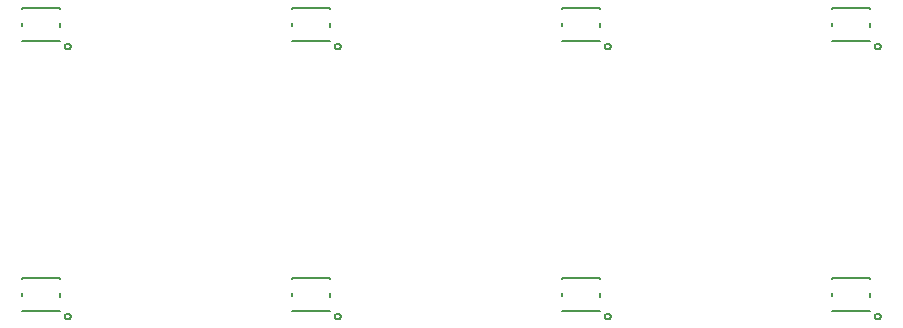
<source format=gbr>
G04 #@! TF.GenerationSoftware,KiCad,Pcbnew,(5.1.4)-1*
G04 #@! TF.CreationDate,2020-02-01T11:21:23-05:00*
G04 #@! TF.ProjectId,bob_ws2811_driver,626f625f-7773-4323-9831-315f64726976,rev?*
G04 #@! TF.SameCoordinates,Original*
G04 #@! TF.FileFunction,Legend,Bot*
G04 #@! TF.FilePolarity,Positive*
%FSLAX46Y46*%
G04 Gerber Fmt 4.6, Leading zero omitted, Abs format (unit mm)*
G04 Created by KiCad (PCBNEW (5.1.4)-1) date 2020-02-01 11:21:23*
%MOMM*%
%LPD*%
G04 APERTURE LIST*
%ADD10C,0.127000*%
G04 APERTURE END LIST*
D10*
X110289340Y-52834540D02*
X113484660Y-52834540D01*
X113484660Y-50035460D02*
X110289340Y-50035460D01*
X110289340Y-51285140D02*
X110289340Y-51534060D01*
X113484660Y-51285140D02*
X113484660Y-51584860D01*
X113484660Y-50035460D02*
X113484660Y-50086260D01*
X113484660Y-52834540D02*
X113484660Y-52783740D01*
X110289340Y-50035460D02*
X110289340Y-50086260D01*
X110289340Y-52834540D02*
X110289340Y-52783740D01*
X113896140Y-53263800D02*
X113903760Y-53200300D01*
X113903760Y-53200300D02*
X113929160Y-53141880D01*
X113929160Y-53141880D02*
X113967260Y-53091080D01*
X113967260Y-53091080D02*
X114018060Y-53050440D01*
X114018060Y-53050440D02*
X114076480Y-53027580D01*
X114076480Y-53027580D02*
X114142520Y-53019960D01*
X114142520Y-53019960D02*
X114206020Y-53027580D01*
X114206020Y-53027580D02*
X114269520Y-53052980D01*
X114269520Y-53052980D02*
X114320320Y-53093620D01*
X114320320Y-53093620D02*
X114360960Y-53146960D01*
X114360960Y-53146960D02*
X114386360Y-53207920D01*
X114386360Y-53207920D02*
X114396520Y-53273960D01*
X114396520Y-53273960D02*
X114386360Y-53337460D01*
X114386360Y-53337460D02*
X114363500Y-53395880D01*
X114363500Y-53395880D02*
X114322860Y-53446680D01*
X114322860Y-53446680D02*
X114272060Y-53484780D01*
X114272060Y-53484780D02*
X114213640Y-53510180D01*
X114213640Y-53510180D02*
X114150140Y-53517800D01*
X114150140Y-53517800D02*
X114084100Y-53510180D01*
X114084100Y-53510180D02*
X114023140Y-53484780D01*
X114023140Y-53484780D02*
X113969800Y-53444140D01*
X113969800Y-53444140D02*
X113929160Y-53390800D01*
X113929160Y-53390800D02*
X113903760Y-53329840D01*
X113903760Y-53329840D02*
X113896140Y-53263800D01*
X136763760Y-53329840D02*
X136756140Y-53263800D01*
X136789160Y-53390800D02*
X136763760Y-53329840D01*
X136829800Y-53444140D02*
X136789160Y-53390800D01*
X136883140Y-53484780D02*
X136829800Y-53444140D01*
X136944100Y-53510180D02*
X136883140Y-53484780D01*
X137010140Y-53517800D02*
X136944100Y-53510180D01*
X137073640Y-53510180D02*
X137010140Y-53517800D01*
X137132060Y-53484780D02*
X137073640Y-53510180D01*
X137182860Y-53446680D02*
X137132060Y-53484780D01*
X137223500Y-53395880D02*
X137182860Y-53446680D01*
X137246360Y-53337460D02*
X137223500Y-53395880D01*
X137256520Y-53273960D02*
X137246360Y-53337460D01*
X137246360Y-53207920D02*
X137256520Y-53273960D01*
X137220960Y-53146960D02*
X137246360Y-53207920D01*
X137180320Y-53093620D02*
X137220960Y-53146960D01*
X137129520Y-53052980D02*
X137180320Y-53093620D01*
X137066020Y-53027580D02*
X137129520Y-53052980D01*
X137002520Y-53019960D02*
X137066020Y-53027580D01*
X136936480Y-53027580D02*
X137002520Y-53019960D01*
X136878060Y-53050440D02*
X136936480Y-53027580D01*
X136827260Y-53091080D02*
X136878060Y-53050440D01*
X136789160Y-53141880D02*
X136827260Y-53091080D01*
X136763760Y-53200300D02*
X136789160Y-53141880D01*
X136756140Y-53263800D02*
X136763760Y-53200300D01*
X133149340Y-52834540D02*
X133149340Y-52783740D01*
X133149340Y-50035460D02*
X133149340Y-50086260D01*
X136344660Y-52834540D02*
X136344660Y-52783740D01*
X136344660Y-50035460D02*
X136344660Y-50086260D01*
X136344660Y-51285140D02*
X136344660Y-51584860D01*
X133149340Y-51285140D02*
X133149340Y-51534060D01*
X136344660Y-50035460D02*
X133149340Y-50035460D01*
X133149340Y-52834540D02*
X136344660Y-52834540D01*
X156009340Y-52834540D02*
X159204660Y-52834540D01*
X159204660Y-50035460D02*
X156009340Y-50035460D01*
X156009340Y-51285140D02*
X156009340Y-51534060D01*
X159204660Y-51285140D02*
X159204660Y-51584860D01*
X159204660Y-50035460D02*
X159204660Y-50086260D01*
X159204660Y-52834540D02*
X159204660Y-52783740D01*
X156009340Y-50035460D02*
X156009340Y-50086260D01*
X156009340Y-52834540D02*
X156009340Y-52783740D01*
X159616140Y-53263800D02*
X159623760Y-53200300D01*
X159623760Y-53200300D02*
X159649160Y-53141880D01*
X159649160Y-53141880D02*
X159687260Y-53091080D01*
X159687260Y-53091080D02*
X159738060Y-53050440D01*
X159738060Y-53050440D02*
X159796480Y-53027580D01*
X159796480Y-53027580D02*
X159862520Y-53019960D01*
X159862520Y-53019960D02*
X159926020Y-53027580D01*
X159926020Y-53027580D02*
X159989520Y-53052980D01*
X159989520Y-53052980D02*
X160040320Y-53093620D01*
X160040320Y-53093620D02*
X160080960Y-53146960D01*
X160080960Y-53146960D02*
X160106360Y-53207920D01*
X160106360Y-53207920D02*
X160116520Y-53273960D01*
X160116520Y-53273960D02*
X160106360Y-53337460D01*
X160106360Y-53337460D02*
X160083500Y-53395880D01*
X160083500Y-53395880D02*
X160042860Y-53446680D01*
X160042860Y-53446680D02*
X159992060Y-53484780D01*
X159992060Y-53484780D02*
X159933640Y-53510180D01*
X159933640Y-53510180D02*
X159870140Y-53517800D01*
X159870140Y-53517800D02*
X159804100Y-53510180D01*
X159804100Y-53510180D02*
X159743140Y-53484780D01*
X159743140Y-53484780D02*
X159689800Y-53444140D01*
X159689800Y-53444140D02*
X159649160Y-53390800D01*
X159649160Y-53390800D02*
X159623760Y-53329840D01*
X159623760Y-53329840D02*
X159616140Y-53263800D01*
X182483760Y-53329840D02*
X182476140Y-53263800D01*
X182509160Y-53390800D02*
X182483760Y-53329840D01*
X182549800Y-53444140D02*
X182509160Y-53390800D01*
X182603140Y-53484780D02*
X182549800Y-53444140D01*
X182664100Y-53510180D02*
X182603140Y-53484780D01*
X182730140Y-53517800D02*
X182664100Y-53510180D01*
X182793640Y-53510180D02*
X182730140Y-53517800D01*
X182852060Y-53484780D02*
X182793640Y-53510180D01*
X182902860Y-53446680D02*
X182852060Y-53484780D01*
X182943500Y-53395880D02*
X182902860Y-53446680D01*
X182966360Y-53337460D02*
X182943500Y-53395880D01*
X182976520Y-53273960D02*
X182966360Y-53337460D01*
X182966360Y-53207920D02*
X182976520Y-53273960D01*
X182940960Y-53146960D02*
X182966360Y-53207920D01*
X182900320Y-53093620D02*
X182940960Y-53146960D01*
X182849520Y-53052980D02*
X182900320Y-53093620D01*
X182786020Y-53027580D02*
X182849520Y-53052980D01*
X182722520Y-53019960D02*
X182786020Y-53027580D01*
X182656480Y-53027580D02*
X182722520Y-53019960D01*
X182598060Y-53050440D02*
X182656480Y-53027580D01*
X182547260Y-53091080D02*
X182598060Y-53050440D01*
X182509160Y-53141880D02*
X182547260Y-53091080D01*
X182483760Y-53200300D02*
X182509160Y-53141880D01*
X182476140Y-53263800D02*
X182483760Y-53200300D01*
X178869340Y-52834540D02*
X178869340Y-52783740D01*
X178869340Y-50035460D02*
X178869340Y-50086260D01*
X182064660Y-52834540D02*
X182064660Y-52783740D01*
X182064660Y-50035460D02*
X182064660Y-50086260D01*
X182064660Y-51285140D02*
X182064660Y-51584860D01*
X178869340Y-51285140D02*
X178869340Y-51534060D01*
X182064660Y-50035460D02*
X178869340Y-50035460D01*
X178869340Y-52834540D02*
X182064660Y-52834540D01*
X178869340Y-29974540D02*
X182064660Y-29974540D01*
X182064660Y-27175460D02*
X178869340Y-27175460D01*
X178869340Y-28425140D02*
X178869340Y-28674060D01*
X182064660Y-28425140D02*
X182064660Y-28724860D01*
X182064660Y-27175460D02*
X182064660Y-27226260D01*
X182064660Y-29974540D02*
X182064660Y-29923740D01*
X178869340Y-27175460D02*
X178869340Y-27226260D01*
X178869340Y-29974540D02*
X178869340Y-29923740D01*
X182476140Y-30403800D02*
X182483760Y-30340300D01*
X182483760Y-30340300D02*
X182509160Y-30281880D01*
X182509160Y-30281880D02*
X182547260Y-30231080D01*
X182547260Y-30231080D02*
X182598060Y-30190440D01*
X182598060Y-30190440D02*
X182656480Y-30167580D01*
X182656480Y-30167580D02*
X182722520Y-30159960D01*
X182722520Y-30159960D02*
X182786020Y-30167580D01*
X182786020Y-30167580D02*
X182849520Y-30192980D01*
X182849520Y-30192980D02*
X182900320Y-30233620D01*
X182900320Y-30233620D02*
X182940960Y-30286960D01*
X182940960Y-30286960D02*
X182966360Y-30347920D01*
X182966360Y-30347920D02*
X182976520Y-30413960D01*
X182976520Y-30413960D02*
X182966360Y-30477460D01*
X182966360Y-30477460D02*
X182943500Y-30535880D01*
X182943500Y-30535880D02*
X182902860Y-30586680D01*
X182902860Y-30586680D02*
X182852060Y-30624780D01*
X182852060Y-30624780D02*
X182793640Y-30650180D01*
X182793640Y-30650180D02*
X182730140Y-30657800D01*
X182730140Y-30657800D02*
X182664100Y-30650180D01*
X182664100Y-30650180D02*
X182603140Y-30624780D01*
X182603140Y-30624780D02*
X182549800Y-30584140D01*
X182549800Y-30584140D02*
X182509160Y-30530800D01*
X182509160Y-30530800D02*
X182483760Y-30469840D01*
X182483760Y-30469840D02*
X182476140Y-30403800D01*
X159623760Y-30469840D02*
X159616140Y-30403800D01*
X159649160Y-30530800D02*
X159623760Y-30469840D01*
X159689800Y-30584140D02*
X159649160Y-30530800D01*
X159743140Y-30624780D02*
X159689800Y-30584140D01*
X159804100Y-30650180D02*
X159743140Y-30624780D01*
X159870140Y-30657800D02*
X159804100Y-30650180D01*
X159933640Y-30650180D02*
X159870140Y-30657800D01*
X159992060Y-30624780D02*
X159933640Y-30650180D01*
X160042860Y-30586680D02*
X159992060Y-30624780D01*
X160083500Y-30535880D02*
X160042860Y-30586680D01*
X160106360Y-30477460D02*
X160083500Y-30535880D01*
X160116520Y-30413960D02*
X160106360Y-30477460D01*
X160106360Y-30347920D02*
X160116520Y-30413960D01*
X160080960Y-30286960D02*
X160106360Y-30347920D01*
X160040320Y-30233620D02*
X160080960Y-30286960D01*
X159989520Y-30192980D02*
X160040320Y-30233620D01*
X159926020Y-30167580D02*
X159989520Y-30192980D01*
X159862520Y-30159960D02*
X159926020Y-30167580D01*
X159796480Y-30167580D02*
X159862520Y-30159960D01*
X159738060Y-30190440D02*
X159796480Y-30167580D01*
X159687260Y-30231080D02*
X159738060Y-30190440D01*
X159649160Y-30281880D02*
X159687260Y-30231080D01*
X159623760Y-30340300D02*
X159649160Y-30281880D01*
X159616140Y-30403800D02*
X159623760Y-30340300D01*
X156009340Y-29974540D02*
X156009340Y-29923740D01*
X156009340Y-27175460D02*
X156009340Y-27226260D01*
X159204660Y-29974540D02*
X159204660Y-29923740D01*
X159204660Y-27175460D02*
X159204660Y-27226260D01*
X159204660Y-28425140D02*
X159204660Y-28724860D01*
X156009340Y-28425140D02*
X156009340Y-28674060D01*
X159204660Y-27175460D02*
X156009340Y-27175460D01*
X156009340Y-29974540D02*
X159204660Y-29974540D01*
X133149340Y-29974540D02*
X136344660Y-29974540D01*
X136344660Y-27175460D02*
X133149340Y-27175460D01*
X133149340Y-28425140D02*
X133149340Y-28674060D01*
X136344660Y-28425140D02*
X136344660Y-28724860D01*
X136344660Y-27175460D02*
X136344660Y-27226260D01*
X136344660Y-29974540D02*
X136344660Y-29923740D01*
X133149340Y-27175460D02*
X133149340Y-27226260D01*
X133149340Y-29974540D02*
X133149340Y-29923740D01*
X136756140Y-30403800D02*
X136763760Y-30340300D01*
X136763760Y-30340300D02*
X136789160Y-30281880D01*
X136789160Y-30281880D02*
X136827260Y-30231080D01*
X136827260Y-30231080D02*
X136878060Y-30190440D01*
X136878060Y-30190440D02*
X136936480Y-30167580D01*
X136936480Y-30167580D02*
X137002520Y-30159960D01*
X137002520Y-30159960D02*
X137066020Y-30167580D01*
X137066020Y-30167580D02*
X137129520Y-30192980D01*
X137129520Y-30192980D02*
X137180320Y-30233620D01*
X137180320Y-30233620D02*
X137220960Y-30286960D01*
X137220960Y-30286960D02*
X137246360Y-30347920D01*
X137246360Y-30347920D02*
X137256520Y-30413960D01*
X137256520Y-30413960D02*
X137246360Y-30477460D01*
X137246360Y-30477460D02*
X137223500Y-30535880D01*
X137223500Y-30535880D02*
X137182860Y-30586680D01*
X137182860Y-30586680D02*
X137132060Y-30624780D01*
X137132060Y-30624780D02*
X137073640Y-30650180D01*
X137073640Y-30650180D02*
X137010140Y-30657800D01*
X137010140Y-30657800D02*
X136944100Y-30650180D01*
X136944100Y-30650180D02*
X136883140Y-30624780D01*
X136883140Y-30624780D02*
X136829800Y-30584140D01*
X136829800Y-30584140D02*
X136789160Y-30530800D01*
X136789160Y-30530800D02*
X136763760Y-30469840D01*
X136763760Y-30469840D02*
X136756140Y-30403800D01*
X113903760Y-30469840D02*
X113896140Y-30403800D01*
X113929160Y-30530800D02*
X113903760Y-30469840D01*
X113969800Y-30584140D02*
X113929160Y-30530800D01*
X114023140Y-30624780D02*
X113969800Y-30584140D01*
X114084100Y-30650180D02*
X114023140Y-30624780D01*
X114150140Y-30657800D02*
X114084100Y-30650180D01*
X114213640Y-30650180D02*
X114150140Y-30657800D01*
X114272060Y-30624780D02*
X114213640Y-30650180D01*
X114322860Y-30586680D02*
X114272060Y-30624780D01*
X114363500Y-30535880D02*
X114322860Y-30586680D01*
X114386360Y-30477460D02*
X114363500Y-30535880D01*
X114396520Y-30413960D02*
X114386360Y-30477460D01*
X114386360Y-30347920D02*
X114396520Y-30413960D01*
X114360960Y-30286960D02*
X114386360Y-30347920D01*
X114320320Y-30233620D02*
X114360960Y-30286960D01*
X114269520Y-30192980D02*
X114320320Y-30233620D01*
X114206020Y-30167580D02*
X114269520Y-30192980D01*
X114142520Y-30159960D02*
X114206020Y-30167580D01*
X114076480Y-30167580D02*
X114142520Y-30159960D01*
X114018060Y-30190440D02*
X114076480Y-30167580D01*
X113967260Y-30231080D02*
X114018060Y-30190440D01*
X113929160Y-30281880D02*
X113967260Y-30231080D01*
X113903760Y-30340300D02*
X113929160Y-30281880D01*
X113896140Y-30403800D02*
X113903760Y-30340300D01*
X110289340Y-29974540D02*
X110289340Y-29923740D01*
X110289340Y-27175460D02*
X110289340Y-27226260D01*
X113484660Y-29974540D02*
X113484660Y-29923740D01*
X113484660Y-27175460D02*
X113484660Y-27226260D01*
X113484660Y-28425140D02*
X113484660Y-28724860D01*
X110289340Y-28425140D02*
X110289340Y-28674060D01*
X113484660Y-27175460D02*
X110289340Y-27175460D01*
X110289340Y-29974540D02*
X113484660Y-29974540D01*
M02*

</source>
